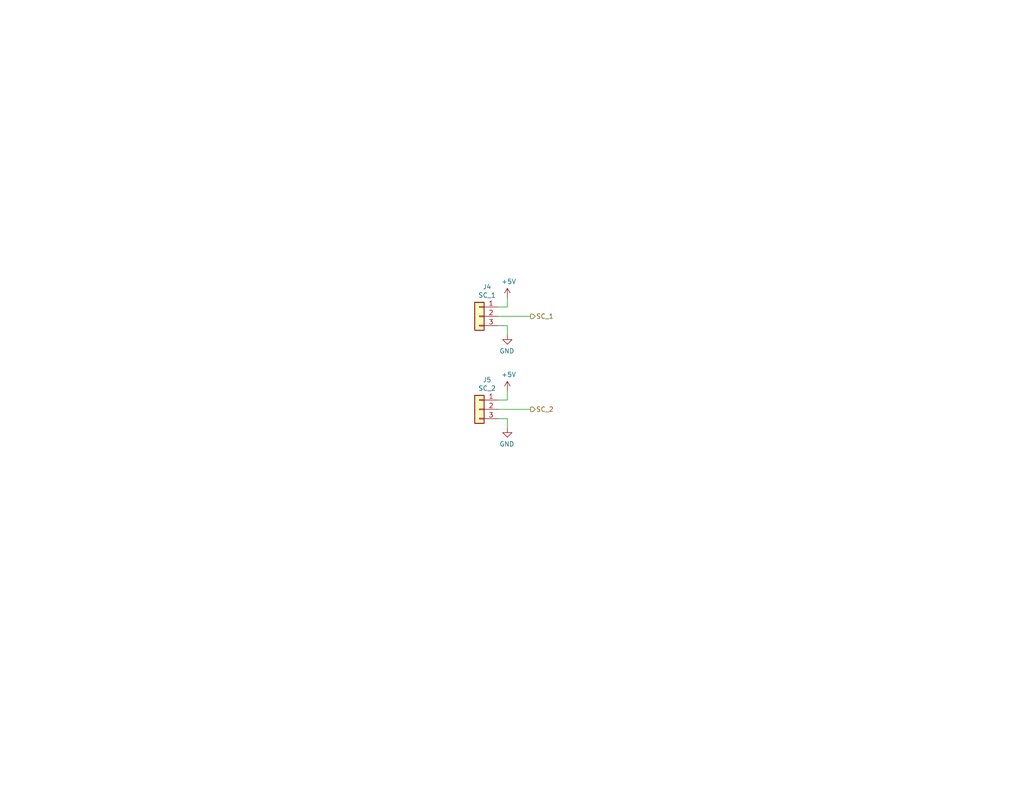
<source format=kicad_sch>
(kicad_sch (version 20211123) (generator eeschema)
  (paper "USLetter")
  (title_block (date "2021-06-15"))
  (lib_symbols
    (symbol "Connector_Generic:Conn_01x03" (pin_names (offset 1.016) hide)
      (property "Reference" "J" (at 0 5.08 0))
      (property "Value" "Conn_01x03" (at 0 -5.08 0))
      (symbol "Conn_01x03_1_1"
        (rectangle (start -1.27 -2.413) (end 0 -2.667) (stroke (width 0.1524)))
        (rectangle (start -1.27 0.127) (end 0 -0.127) (stroke (width 0.1524)))
        (rectangle (start -1.27 2.667) (end 0 2.413) (stroke (width 0.1524)))
        (rectangle (start -1.27 3.81) (end 1.27 -3.81) (stroke (width 0.254)) (fill (type background)))
        (pin passive line (at -5.08 2.54 0) (length 3.81) (name "Pin_1") (number "1"))
        (pin passive line (at -5.08 0 0) (length 3.81) (name "Pin_2") (number "2"))
        (pin passive line (at -5.08 -2.54 0) (length 3.81) (name "Pin_3") (number "3"))
      )
    )
    (symbol "power:+5V" (power) (pin_names (offset 0))
      (property "Value" "+5V" (at 0 3.556 0))
      (symbol "+5V_0_1"
        (polyline (pts (xy -0.762 1.27) (xy 0 2.54)))
        (polyline (pts (xy 0 0) (xy 0 2.54)))
        (polyline (pts (xy 0 2.54) (xy 0.762 1.27)))
      )
      (symbol "+5V_1_1"
        (pin power_in line (at 0 0 90) (length 0) hide (name "+5V") (number "1"))
      )
    )
    (symbol "power:GND" (power) (pin_names (offset 0))
      (property "Value" "GND" (at 0 -3.81 0))
      (symbol "GND_0_1"
        (polyline (pts (xy 0 0) (xy 0 -1.27) (xy 1.27 -1.27) (xy 0 -2.54) (xy -1.27 -1.27) (xy 0 -1.27)))
      )
      (symbol "GND_1_1"
        (pin power_in line (at 0 0 270) (length 0) hide (name "GND") (number "1"))
      )
    )
  )
  (wire (pts (xy 138.43 109.22) (xy 138.43 106.68)))
  (wire (pts (xy 135.89 109.22) (xy 138.43 109.22)))
  (wire (pts (xy 138.43 83.82) (xy 138.43 81.28)))
  (wire (pts (xy 135.89 83.82) (xy 138.43 83.82)))
  (wire (pts (xy 135.89 88.9) (xy 138.43 88.9)))
  (wire (pts (xy 138.43 114.3) (xy 138.43 116.84)))
  (wire (pts (xy 138.43 88.9) (xy 138.43 91.44)))
  (wire (pts (xy 135.89 114.3) (xy 138.43 114.3)))
  (wire (pts (xy 135.89 111.76) (xy 144.78 111.76)))
  (wire (pts (xy 135.89 86.36) (xy 144.78 86.36)))
  (hierarchical_label "SC_2" (shape output) (at 144.78 111.76 0))
  (hierarchical_label "SC_1" (shape output) (at 144.78 86.36 0))
  (symbol (lib_id "Connector_Generic:Conn_01x03") (at 130.81 86.36 0) (mirror y)
    (property "Reference" "J4" (at 132.8928 78.3082 0))
    (property "Value" "SC_1" (at 132.8928 80.6196 0))
    (property "Footprint" "Connector_PinHeader_2.54mm:PinHeader_1x03_P2.54mm_Horizontal" (effects hide))
    (property "PartNumber" "2011-1X03G00SD025B" (effects hide))
  )
  (symbol (lib_id "power:+5V") (at 138.43 81.28 0)
    (property "Reference" "#PWR09" (effects hide))
    (property "Value" "+5V" (at 138.811 76.8858 0))
  )
  (symbol (lib_id "power:GND") (at 138.43 91.44 0) (mirror y)
    (property "Reference" "#PWR010" (effects hide))
    (property "Value" "GND" (at 138.303 95.8342 0))
  )
  (symbol (lib_id "Connector_Generic:Conn_01x03") (at 130.81 111.76 0) (mirror y)
    (property "Reference" "J5" (at 132.8928 103.7082 0))
    (property "Value" "SC_2" (at 132.8928 106.0196 0))
    (property "Footprint" "Connector_PinHeader_2.54mm:PinHeader_1x03_P2.54mm_Horizontal" (effects hide))
    (property "PartNumber" "2011-1X03G00SD025B" (effects hide))
  )
  (symbol (lib_id "power:+5V") (at 138.43 106.68 0)
    (property "Reference" "#PWR011" (effects hide))
    (property "Value" "+5V" (at 138.811 102.2858 0))
  )
  (symbol (lib_id "power:GND") (at 138.43 116.84 0) (mirror y)
    (property "Reference" "#PWR012" (effects hide))
    (property "Value" "GND" (at 138.303 121.2342 0))
  )
)
</source>
